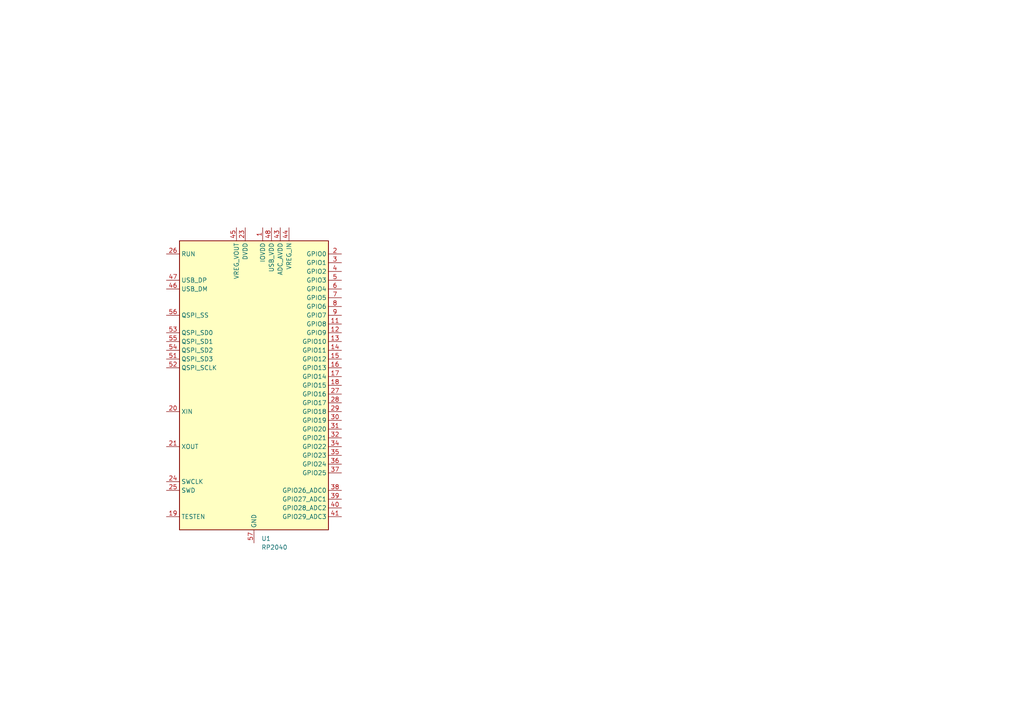
<source format=kicad_sch>
(kicad_sch (version 20250114) (generator "eeschema") (generator_version "9.0")
  (paper "A4")
  (lib_symbols
    (symbol "MCU_RaspberryPi:RP2040"
      (property "Reference" "U" (at 17.78 45.72 0))
      (property "Value" "RP2040" (at 17.78 43.18 0))
      (symbol "RP2040_0_1"
        (rectangle (start -21.59 41.91) (end 21.59 -41.91) (stroke (width 0.254)) (fill (type background)))
      )
      (symbol "RP2040_1_1"
        (pin input line (at -25.4 38.1 0) (length 3.81) (name "RUN") (number "26"))
        (pin bidirectional line (at -25.4 30.48 0) (length 3.81) (name "USB_DP") (number "47"))
        (pin bidirectional line (at -25.4 27.94 0) (length 3.81) (name "USB_DM") (number "46"))
        (pin bidirectional line (at -25.4 20.32 0) (length 3.81) (name "QSPI_SS") (number "56"))
        (pin bidirectional line (at -25.4 15.24 0) (length 3.81) (name "QSPI_SD0") (number "53"))
        (pin bidirectional line (at -25.4 12.7 0) (length 3.81) (name "QSPI_SD1") (number "55"))
        (pin bidirectional line (at -25.4 10.16 0) (length 3.81) (name "QSPI_SD2") (number "54"))
        (pin bidirectional line (at -25.4 7.62 0) (length 3.81) (name "QSPI_SD3") (number "51"))
        (pin output line (at -25.4 5.08 0) (length 3.81) (name "QSPI_SCLK") (number "52"))
        (pin input line (at -25.4 -7.62 0) (length 3.81) (name "XIN") (number "20"))
        (pin passive line (at -25.4 -17.78 0) (length 3.81) (name "XOUT") (number "21"))
        (pin input line (at -25.4 -27.94 0) (length 3.81) (name "SWCLK") (number "24"))
        (pin bidirectional line (at -25.4 -30.48 0) (length 3.81) (name "SWD") (number "25"))
        (pin input line (at -25.4 -38.1 0) (length 3.81) (name "TESTEN") (number "19"))
        (pin power_out line (at -5.08 45.72 270) (length 3.81) (name "VREG_VOUT") (number "45"))
        (pin power_in line (at -2.54 45.72 270) (length 3.81) (name "DVDD") (number "23"))
        (pin passive line (at -2.54 45.72 270) (length 3.81) (hide yes) (name "DVDD") (number "50"))
        (pin power_in line (at 0 -45.72 90) (length 3.81) (name "GND") (number "57"))
        (pin power_in line (at 2.54 45.72 270) (length 3.81) (name "IOVDD") (number "1"))
        (pin passive line (at 2.54 45.72 270) (length 3.81) (hide yes) (name "IOVDD") (number "10"))
        (pin passive line (at 2.54 45.72 270) (length 3.81) (hide yes) (name "IOVDD") (number "22"))
        (pin passive line (at 2.54 45.72 270) (length 3.81) (hide yes) (name "IOVDD") (number "33"))
        (pin passive line (at 2.54 45.72 270) (length 3.81) (hide yes) (name "IOVDD") (number "42"))
        (pin passive line (at 2.54 45.72 270) (length 3.81) (hide yes) (name "IOVDD") (number "49"))
        (pin power_in line (at 5.08 45.72 270) (length 3.81) (name "USB_VDD") (number "48"))
        (pin power_in line (at 7.62 45.72 270) (length 3.81) (name "ADC_AVDD") (number "43"))
        (pin power_in line (at 10.16 45.72 270) (length 3.81) (name "VREG_IN") (number "44"))
        (pin bidirectional line (at 25.4 38.1 180) (length 3.81) (name "GPIO0") (number "2"))
        (pin bidirectional line (at 25.4 35.56 180) (length 3.81) (name "GPIO1") (number "3"))
        (pin bidirectional line (at 25.4 33.02 180) (length 3.81) (name "GPIO2") (number "4"))
        (pin bidirectional line (at 25.4 30.48 180) (length 3.81) (name "GPIO3") (number "5"))
        (pin bidirectional line (at 25.4 27.94 180) (length 3.81) (name "GPIO4") (number "6"))
        (pin bidirectional line (at 25.4 25.4 180) (length 3.81) (name "GPIO5") (number "7"))
        (pin bidirectional line (at 25.4 22.86 180) (length 3.81) (name "GPIO6") (number "8"))
        (pin bidirectional line (at 25.4 20.32 180) (length 3.81) (name "GPIO7") (number "9"))
        (pin bidirectional line (at 25.4 17.78 180) (length 3.81) (name "GPIO8") (number "11"))
        (pin bidirectional line (at 25.4 15.24 180) (length 3.81) (name "GPIO9") (number "12"))
        (pin bidirectional line (at 25.4 12.7 180) (length 3.81) (name "GPIO10") (number "13"))
        (pin bidirectional line (at 25.4 10.16 180) (length 3.81) (name "GPIO11") (number "14"))
        (pin bidirectional line (at 25.4 7.62 180) (length 3.81) (name "GPIO12") (number "15"))
        (pin bidirectional line (at 25.4 5.08 180) (length 3.81) (name "GPIO13") (number "16"))
        (pin bidirectional line (at 25.4 2.54 180) (length 3.81) (name "GPIO14") (number "17"))
        (pin bidirectional line (at 25.4 0 180) (length 3.81) (name "GPIO15") (number "18"))
        (pin bidirectional line (at 25.4 -2.54 180) (length 3.81) (name "GPIO16") (number "27"))
        (pin bidirectional line (at 25.4 -5.08 180) (length 3.81) (name "GPIO17") (number "28"))
        (pin bidirectional line (at 25.4 -7.62 180) (length 3.81) (name "GPIO18") (number "29"))
        (pin bidirectional line (at 25.4 -10.16 180) (length 3.81) (name "GPIO19") (number "30"))
        (pin bidirectional line (at 25.4 -12.7 180) (length 3.81) (name "GPIO20") (number "31"))
        (pin bidirectional line (at 25.4 -15.24 180) (length 3.81) (name "GPIO21") (number "32"))
        (pin bidirectional line (at 25.4 -17.78 180) (length 3.81) (name "GPIO22") (number "34"))
        (pin bidirectional line (at 25.4 -20.32 180) (length 3.81) (name "GPIO23") (number "35"))
        (pin bidirectional line (at 25.4 -22.86 180) (length 3.81) (name "GPIO24") (number "36"))
        (pin bidirectional line (at 25.4 -25.4 180) (length 3.81) (name "GPIO25") (number "37"))
        (pin bidirectional line (at 25.4 -30.48 180) (length 3.81) (name "GPIO26_ADC0") (number "38"))
        (pin bidirectional line (at 25.4 -33.02 180) (length 3.81) (name "GPIO27_ADC1") (number "39"))
        (pin bidirectional line (at 25.4 -35.56 180) (length 3.81) (name "GPIO28_ADC2") (number "40"))
        (pin bidirectional line (at 25.4 -38.1 180) (length 3.81) (name "GPIO29_ADC3") (number "41"))
      )
    )
  )
  (symbol (lib_id "MCU_RaspberryPi:RP2040") (at 73.66 111.76 0) (unit 1)
    (property "Reference" "U1" (at 75.8033 156.21 0) (effects (justify left)))
    (property "Value" "RP2040" (at 75.8033 158.75 0) (effects (justify left)))
    (property "Footprint" "Package_DFN_QFN:QFN-56-1EP_7x7mm_P0.4mm_EP3.2x3.2mm" (effects (hide yes)))
    (property "Datasheet" "https://datasheets.raspberrypi.com/rp2040/rp2040-datasheet.pdf" (effects (hide yes)))
    (property "Description" "A microcontroller by Raspberry Pi" (effects (hide yes)))
  )
)
</source>
